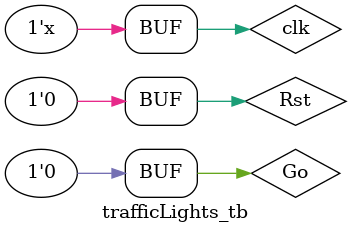
<source format=v>
module trafficLights (clk, Rst, Go, highway_signal1, highway_signal2, farm_signal1, farm_signal2);
	
	input clk, Rst, Go;
	output reg [1:0] highway_signal1, highway_signal2,farm_signal1, farm_signal2; 
	reg [3:0] current_state, next_state;
	reg [4:0] counter;
	
	parameter S0 = 4'b0000, S1 = 4'b0001, S2 = 4'b0010, S3 = 4'b0011, S4 = 4'b0100, S5 = 4'b0101, S6 = 4'b0110, S7 = 4'b0111,
				S8 = 4'b1000, S9 = 4'b1001, S10 = 4'b1010, S11 = 4'b1011, S12 = 4'b1100, S13 = 4'b1101, S14 = 4'b1110,
				S15 = 4'b1111, S16 = 4'b10000, S17 = 4'b10001;
	
	always @(posedge clk) begin
		if (Rst) begin
			current_state <= S0;
			counter <= 0;
		end 
		else if (Go) begin
			current_state <= next_state;
			counter <= counter + 1;
		end
	end
	
	always @(current_state, counter) begin
		case (current_state)
		S0: begin
		highway_signal1 <= 2'b10;
		highway_signal2 <= 2'b10;
		farm_signal1 <= 2'b10;
		farm_signal2 <= 2'b10;
		if (counter == 1) next_state <= S1;
		end
		S1: begin
		highway_signal1 <= 2'b11;
		highway_signal2 <= 2'b11;
		farm_signal1 <= 2'b10;
		farm_signal2 <= 2'b10;
		if (counter == 2) next_state <= S2;
		end
		S2: begin
		highway_signal1 <= 2'b00;
		highway_signal2 <= 2'b00;
		farm_signal1 <= 2'b10;
		farm_signal2 <= 2'b10;
		if (counter == 30) next_state <= S3;
		end
		S3: begin
		highway_signal1 <= 2'b00;
		highway_signal2 <= 2'b01;
		farm_signal1 <= 2'b10;
		farm_signal2 <= 2'b10;
		if (counter == 2) next_state <= S4;
		end
		S4: begin
		highway_signal1 <= 2'b00;
		highway_signal2 <= 2'b10;
		farm_signal1 <= 2'b10;
		farm_signal2 <= 2'b10;
		if (counter == 10) next_state <= S5;
		end
		S5: begin
		highway_signal1 <= 2'b01;
		highway_signal2 <= 2'b10;
		farm_signal1 <= 2'b10;
		farm_signal2 <= 2'b10;
		if (counter == 2) next_state <= S6;
		end
		S6: begin
		highway_signal1 <= 2'b10;
		highway_signal2 <= 2'b10;
		farm_signal1 <= 2'b10;
		farm_signal2 <= 2'b10;
		if (counter == 1) next_state <= S7;
		end
		S7: begin
		highway_signal1 <= 2'b10;
		highway_signal2 <= 2'b10;
		farm_signal1 <= 2'b11;
		farm_signal2 <= 2'b11;
		if (counter == 2) next_state <= S8;
		end
		S8: begin
		highway_signal1 <= 2'b10;
		highway_signal2 <= 2'b10;
		farm_signal1 <= 2'b00;
		farm_signal2 <= 2'b00;
		if (counter == 15) next_state <= S9;
		end
		S9: begin
		highway_signal1 <= 2'b10;
		highway_signal2 <= 2'b10;
		farm_signal1 <= 2'b00;
		farm_signal2 <= 2'b01;
		if (counter == 2) next_state <= S10;
		end
		S10: begin
		highway_signal1 <= 2'b10;
		highway_signal2 <= 2'b10;
		farm_signal1 <= 2'b00;
		farm_signal2 <= 2'b10;
		if (counter == 5) next_state <= S11;
		end
		S11: begin
		highway_signal1 <= 2'b10;
		highway_signal2 <= 2'b10;
		farm_signal1 <= 2'b01;
		farm_signal2 <= 2'b11;
		if (counter == 2) next_state <= S12;
		end
		S12: begin
		highway_signal1 <= 2'b10;
		highway_signal2 <= 2'b10;
		farm_signal1 <= 2'b10;
		farm_signal2 <= 2'b00;
		if (counter == 10) next_state <= S13;
		end
		S13: begin
		highway_signal1 <= 2'b10;
		highway_signal2 <= 2'b10;
		farm_signal1 <= 2'b10;
		farm_signal2 <= 2'b01;
		if (counter == 2) next_state <= S14;
		end
		S14: begin
		highway_signal1 <= 2'b10;
		highway_signal2 <= 2'b10;
		farm_signal1 <= 2'b10;
		farm_signal2 <= 2'b10;
		if (counter == 1) next_state <= S15;
		end
		S15: begin
		highway_signal1 <= 2'b10;
		highway_signal2 <= 2'b11;
		farm_signal1 <= 2'b10;
		farm_signal2 <= 2'b10;
		if (counter == 2) next_state <= S16;
		end
		S16: begin
		highway_signal1 <= 2'b00;
		highway_signal2 <= 2'b10;
		farm_signal1 <= 2'b10;
		farm_signal2 <= 2'b10;
		if (counter == 15) next_state <= S17;
		end
		S17: begin
		highway_signal1 <= 2'b01;
		highway_signal2 <= 2'b10;
		farm_signal1 <= 2'b10;
		farm_signal2 <= 2'b10;
		if (counter == 3) next_state <= S0;
		end
		endcase
	end

endmodule

module trafficLights_tb;

	reg clk, Rst, Go;
	wire [1:0] highway_signal1, highway_signal2, farm_signal1, farm_signal2;

	trafficLights dut (clk, Rst, Go, highway_signal1, highway_signal2, farm_signal1, farm_signal2);
	
	always #5 clk = ~clk;
	initial begin
		clk = 0;
		Rst = 1;
		Go = 1;
		#30 Rst = 0;
	end
	
	initial begin
		#100 Rst = 1;
		#30 Rst = 0;
		#200 Go = 0;
		#200 Go = 1;
		#200 Go = 0;
		#200 Go = 1;
		#200 Go = 0;
		#200 Go = 1;
		#200 Go = 0;
		#200 Go = 1;
		#200 Go = 0;
		#200 Go = 1;
		#200 Go = 0;
		#200 Go = 1;
		#200 Go = 0;
		#200 Go = 1;
		#200 Go = 0;
		#200 Go = 1;
		#200 Go = 0;
		#200 Go = 1;
		#200 Go = 0;
	end

endmodule
</source>
